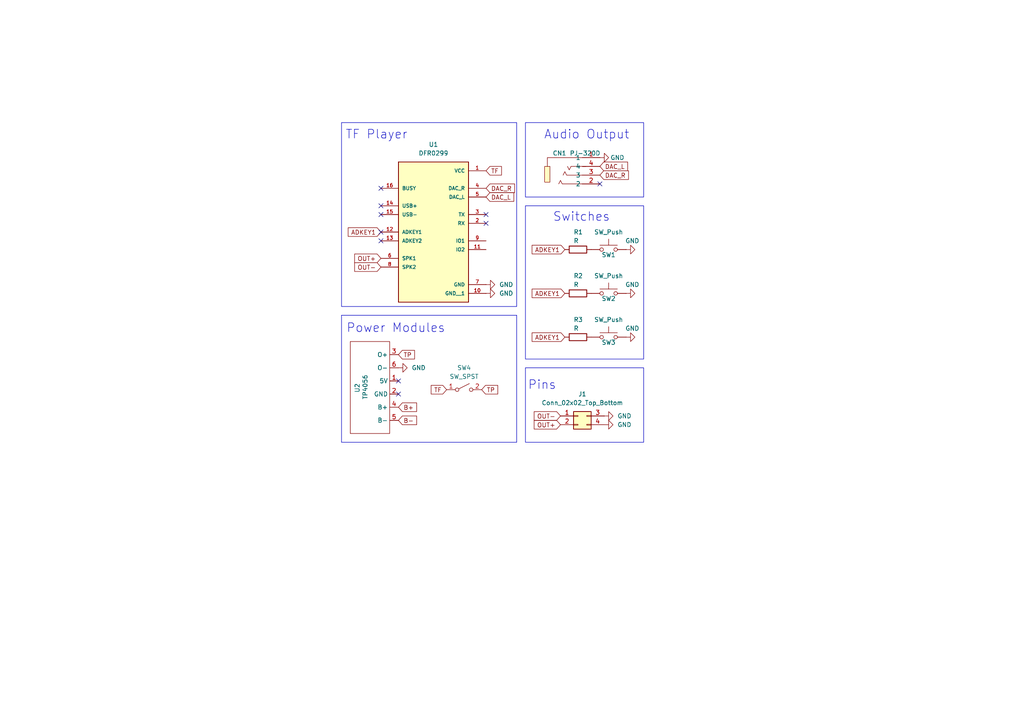
<source format=kicad_sch>
(kicad_sch (version 20250114) (generator "eeschema") (generator_version "9.0")
  (paper "A4")
  (lib_symbols
    (symbol "Ayaan:TP4056"
      (property "Reference" "U" (at -10.922 1.524 0))
      (symbol "TP4056_0_1"
        (rectangle (start -11.43 26.67) (end 0 0))
      )
      (symbol "TP4056_1_1"
        (pin output line (at 2.54 22.86 180) (length 2.54) (name "O+") (number "3"))
        (pin output line (at 2.54 19.05 180) (length 2.54) (name "O-") (number "6"))
        (pin input line (at 2.54 15.24 180) (length 2.54) (name "5V") (number "1"))
        (pin input line (at 2.54 11.43 180) (length 2.54) (name "GND") (number "2"))
        (pin bidirectional line (at 2.54 7.62 180) (length 2.54) (name "B+") (number "4"))
        (pin bidirectional line (at 2.54 3.81 180) (length 2.54) (name "B-") (number "5"))
      )
    )
    (symbol "Connector_Generic:Conn_02x02_Top_Bottom" (pin_names (offset 1.016) (hide yes))
      (property "Reference" "J" (at 1.27 2.54 0))
      (property "Value" "Conn_02x02_Top_Bottom" (at 1.27 -5.08 0))
      (symbol "Conn_02x02_Top_Bottom_1_1"
        (rectangle (start -1.27 1.27) (end 3.81 -3.81) (stroke (width 0.254)) (fill (type background)))
        (rectangle (start -1.27 0.127) (end 0 -0.127) (stroke (width 0.1524)))
        (rectangle (start -1.27 -2.413) (end 0 -2.667) (stroke (width 0.1524)))
        (rectangle (start 3.81 0.127) (end 2.54 -0.127) (stroke (width 0.1524)))
        (rectangle (start 3.81 -2.413) (end 2.54 -2.667) (stroke (width 0.1524)))
        (pin passive line (at -5.08 0 0) (length 3.81) (name "Pin_1") (number "1"))
        (pin passive line (at -5.08 -2.54 0) (length 3.81) (name "Pin_2") (number "2"))
        (pin passive line (at 7.62 0 180) (length 3.81) (name "Pin_3") (number "3"))
        (pin passive line (at 7.62 -2.54 180) (length 3.81) (name "Pin_4") (number "4"))
      )
    )
    (symbol "DFR0299:DFR0299" (pin_names (offset 1.016))
      (property "Reference" "U" (at -10.16 18.542 0))
      (property "Value" "DFR0299" (at -10.16 -25.4 0))
      (symbol "DFR0299_0_0"
        (rectangle (start -10.16 -22.86) (end 10.16 17.78) (stroke (width 0.254)) (fill (type background)))
        (pin input line (at -15.24 10.16 0) (length 5.08) (name "BUSY") (number "16"))
        (pin input line (at -15.24 5.08 0) (length 5.08) (name "USB+") (number "14"))
        (pin input line (at -15.24 2.54 0) (length 5.08) (name "USB-") (number "15"))
        (pin input line (at -15.24 -2.54 0) (length 5.08) (name "ADKEY1") (number "12"))
        (pin input line (at -15.24 -5.08 0) (length 5.08) (name "ADKEY2") (number "13"))
        (pin passive line (at -15.24 -10.16 0) (length 5.08) (name "SPK1") (number "6"))
        (pin passive line (at -15.24 -12.7 0) (length 5.08) (name "SPK2") (number "8"))
        (pin power_in line (at 15.24 15.24 180) (length 5.08) (name "VCC") (number "1"))
        (pin output line (at 15.24 10.16 180) (length 5.08) (name "DAC_R") (number "4"))
        (pin output line (at 15.24 7.62 180) (length 5.08) (name "DAC_L") (number "5"))
        (pin output line (at 15.24 2.54 180) (length 5.08) (name "TX") (number "3"))
        (pin input line (at 15.24 0 180) (length 5.08) (name "RX") (number "2"))
        (pin bidirectional line (at 15.24 -5.08 180) (length 5.08) (name "IO1") (number "9"))
        (pin bidirectional line (at 15.24 -7.62 180) (length 5.08) (name "IO2") (number "11"))
        (pin power_in line (at 15.24 -17.78 180) (length 5.08) (name "GND") (number "7"))
        (pin power_in line (at 15.24 -20.32 180) (length 5.08) (name "GND__1") (number "10"))
      )
    )
    (symbol "Device:R" (pin_numbers (hide yes)) (pin_names (offset 0))
      (property "Reference" "R" (at 2.032 0 90))
      (property "Value" "R" (at 0 0 90))
      (symbol "R_0_1"
        (rectangle (start -1.016 -2.54) (end 1.016 2.54) (stroke (width 0.254)))
      )
      (symbol "R_1_1"
        (pin passive line (at 0 3.81 270) (length 1.27) (name "~") (number "1"))
        (pin passive line (at 0 -3.81 90) (length 1.27) (name "~") (number "2"))
      )
    )
    (symbol "Switch:SW_Push" (pin_numbers (hide yes)) (pin_names (offset 1.016) (hide yes))
      (property "Reference" "SW" (at 1.27 2.54 0))
      (property "Value" "SW_Push" (at 0 -1.524 0))
      (symbol "SW_Push_0_1"
        (circle (center -2.032 0) (radius 0.508))
        (polyline (pts (xy 0 1.27) (xy 0 3.048)))
        (circle (center 2.032 0) (radius 0.508))
        (polyline (pts (xy 2.54 1.27) (xy -2.54 1.27)))
        (pin passive line (at -5.08 0 0) (length 2.54) (name "1") (number "1"))
        (pin passive line (at 5.08 0 180) (length 2.54) (name "2") (number "2"))
      )
    )
    (symbol "Switch:SW_SPST" (pin_names (offset 0) (hide yes))
      (property "Reference" "SW" (at 0 3.175 0))
      (property "Value" "SW_SPST" (at 0 -2.54 0))
      (symbol "SW_SPST_0_0"
        (circle (center -2.032 0) (radius 0.508))
        (polyline (pts (xy -1.524 0.254) (xy 1.524 1.778)))
        (circle (center 2.032 0) (radius 0.508))
      )
      (symbol "SW_SPST_1_1"
        (pin passive line (at -5.08 0 0) (length 2.54) (name "A") (number "1"))
        (pin passive line (at 5.08 0 180) (length 2.54) (name "B") (number "2"))
      )
    )
    (symbol "easyeda2kicad:PJ-320D"
      (property "Reference" "CN" (at 0 7.62 0))
      (property "Value" "PJ-320D" (at 0 -10.16 0))
      (symbol "PJ-320D_0_1"
        (rectangle (start -10.92 0) (end -9.4 -4.57) (fill (type background)))
        (polyline (pts (xy 0 2.54) (xy -10.16 2.54) (xy -10.16 0)))
        (polyline (pts (xy 0 -2.54) (xy -4.57 -2.54) (xy -5.08 -1.52) (xy -5.59 -2.54)))
        (polyline (pts (xy 0 -5.08) (xy -5.84 -5.08) (xy -6.35 -4.06) (xy -6.86 -5.08)))
        (polyline (pts (xy 1.02 0) (xy -3.3 0) (xy -3.81 -1.02) (xy -4.32 0)))
        (pin unspecified line (at 5.08 2.54 180) (length 5.08) (name "1") (number "1"))
        (pin unspecified line (at 5.08 0 180) (length 5.08) (name "4") (number "4"))
        (pin unspecified line (at 5.08 -2.54 180) (length 5.08) (name "3") (number "3"))
        (pin unspecified line (at 5.08 -5.08 180) (length 5.08) (name "2") (number "2"))
      )
    )
    (symbol "power:GND" (power) (pin_numbers (hide yes)) (pin_names (offset 0) (hide yes))
      (property "Value" "GND" (at 0 -3.81 0))
      (symbol "GND_0_1"
        (polyline (pts (xy 0 0) (xy 0 -1.27) (xy 1.27 -1.27) (xy 0 -2.54) (xy -1.27 -1.27) (xy 0 -1.27)))
      )
      (symbol "GND_1_1"
        (pin power_in line (at 0 0 270) (length 0) (name "~") (number "1"))
      )
    )
  )
  (rectangle (start 152.4 106.68) (end 186.69 128.27))
  (rectangle (start 152.4 59.69) (end 186.69 104.14))
  (rectangle (start 152.4 35.56) (end 186.69 57.15))
  (rectangle (start 99.06 35.56) (end 149.86 88.9))
  (text "Switches" (at 168.656 62.992 0) (effects (font (size 2.54 2.54))))
  (text "Audio Output\n" (at 170.18 39.116 0) (effects (font (size 2.54 2.54))))
  (text "Power Modules\n" (at 114.808 95.25 0) (effects (font (size 2.54 2.54))))
  (text "TF Player\n" (at 109.22 39.116 0) (effects (font (size 2.54 2.54))))
  (text "Pins" (at 157.226 111.76 0) (effects (font (size 2.54 2.54))))
  (no_connect (at 173.99 53.34))
  (no_connect (at 140.97 62.23))
  (no_connect (at 110.49 54.61))
  (no_connect (at 110.49 62.23))
  (no_connect (at 110.49 69.85))
  (no_connect (at 115.57 110.49))
  (no_connect (at 110.49 59.69))
  (no_connect (at 140.97 64.77))
  (no_connect (at 115.57 114.3))
  (no_connect (at 110.49 67.31))
  (polyline (pts (xy 149.86 128.27) (xy 135.89 128.27)))
  (polyline (pts (xy 149.86 91.44) (xy 149.86 128.27)))
  (polyline (pts (xy 135.89 128.27) (xy 137.16 128.27)))
  (polyline (pts (xy 99.06 91.44) (xy 99.06 128.27)))
  (polyline (pts (xy 99.06 91.44) (xy 149.86 91.44)))
  (polyline (pts (xy 138.43 128.27) (xy 99.06 128.27)))
  (global_label "ADKEY1" (shape input) (at 163.83 72.39 180) (property "Intersheetrefs" "${INTERSHEET_REFS}" (effects (hide yes))))
  (global_label "DAC_L" (shape input) (at 140.97 57.15 0) (property "Intersheetrefs" "${INTERSHEET_REFS}" (effects (hide yes))))
  (global_label "DAC_R" (shape input) (at 140.97 54.61 0) (property "Intersheetrefs" "${INTERSHEET_REFS}" (effects (hide yes))))
  (global_label "OUT+" (shape input) (at 110.49 74.93 180) (property "Intersheetrefs" "${INTERSHEET_REFS}" (effects (hide yes))))
  (global_label "ADKEY1" (shape input) (at 110.49 67.31 180) (property "Intersheetrefs" "${INTERSHEET_REFS}" (effects (hide yes))))
  (global_label "OUT-" (shape input) (at 162.56 120.65 180) (property "Intersheetrefs" "${INTERSHEET_REFS}" (effects (hide yes))))
  (global_label "OUT+" (shape input) (at 162.56 123.19 180) (property "Intersheetrefs" "${INTERSHEET_REFS}" (effects (hide yes))))
  (global_label "TP" (shape input) (at 115.57 102.87 0) (property "Intersheetrefs" "${INTERSHEET_REFS}" (effects (hide yes))))
  (global_label "DAC_R" (shape input) (at 173.99 50.8 0) (property "Intersheetrefs" "${INTERSHEET_REFS}" (effects (hide yes))))
  (global_label "B-" (shape input) (at 115.57 121.92 0) (property "Intersheetrefs" "${INTERSHEET_REFS}" (effects (hide yes))))
  (global_label "TP" (shape input) (at 139.7 113.03 0) (property "Intersheetrefs" "${INTERSHEET_REFS}" (effects (hide yes))))
  (global_label "TF" (shape input) (at 129.54 113.03 180) (property "Intersheetrefs" "${INTERSHEET_REFS}" (effects (hide yes))))
  (global_label "DAC_L" (shape input) (at 173.99 48.26 0) (property "Intersheetrefs" "${INTERSHEET_REFS}" (effects (hide yes))))
  (global_label "B+" (shape input) (at 115.57 118.11 0) (property "Intersheetrefs" "${INTERSHEET_REFS}" (effects (hide yes))))
  (global_label "OUT-" (shape input) (at 110.49 77.47 180) (property "Intersheetrefs" "${INTERSHEET_REFS}" (effects (hide yes))))
  (global_label "ADKEY1" (shape input) (at 163.83 85.09 180) (property "Intersheetrefs" "${INTERSHEET_REFS}" (effects (hide yes))))
  (global_label "TF" (shape input) (at 140.97 49.53 0) (property "Intersheetrefs" "${INTERSHEET_REFS}" (effects (hide yes))))
  (global_label "ADKEY1" (shape input) (at 163.83 97.79 180) (property "Intersheetrefs" "${INTERSHEET_REFS}" (effects (hide yes))))
  (symbol (lib_id "power:GND") (at 181.61 97.79 90) (unit 1)
    (property "Reference" "#PWR02" (effects (hide yes)))
    (property "Value" "GND" (at 181.356 95.25 90) (effects (justify right)))
    (property "Description" "Power symbol creates a global label with name \"GND\" , ground" (effects (hide yes)))
  )
  (symbol (lib_id "Connector_Generic:Conn_02x02_Top_Bottom") (at 167.64 120.65 0) (unit 1)
    (property "Reference" "J1" (at 168.91 114.3 0))
    (property "Value" "Conn_02x02_Top_Bottom" (at 168.91 116.84 0))
    (property "Footprint" "Connector_PinHeader_2.00mm:PinHeader_1x04_P2.00mm_Vertical" (effects (hide yes)))
    (property "Description" "Generic connector, double row, 02x02, top/bottom pin numbering scheme (row 1: 1...pins_per_row, row2: pins_per_row+1 ... num_pins), script generated (kicad-library-utils/schlib/autogen/connector/)" (effects (hide yes)))
  )
  (symbol (lib_id "easyeda2kicad:PJ-320D") (at 168.91 48.26 0) (unit 1)
    (property "Reference" "CN1" (at 160.274 44.45 0) (effects (justify left)))
    (property "Value" "PJ-320D" (at 165.2299 44.45 0) (effects (justify left)))
    (property "Footprint" "easyeda2kicad:AUDIO-SMD_PJ-320D" (effects (hide yes)))
    (property "Datasheet" "https://lcsc.com/product-detail/Audio-Video-Connectors_SHOU-HAN-PJ-320D_C431535.html" (effects (hide yes)))
    (property "LCSC Part" "C431535" (effects (hide yes)))
  )
  (symbol (lib_id "Switch:SW_Push") (at 176.53 72.39 0) (unit 1)
    (property "Reference" "SW1" (at 176.53 73.914 0))
    (property "Value" "SW_Push" (at 176.53 67.31 0))
    (property "Footprint" "Button_Switch_THT:SW_PUSH_6mm" (effects (hide yes)))
    (property "Description" "Push button switch, generic, two pins" (effects (hide yes)))
  )
  (symbol (lib_id "power:GND") (at 181.61 72.39 90) (unit 1)
    (property "Reference" "#PWR07" (effects (hide yes)))
    (property "Value" "GND" (at 181.356 69.85 90) (effects (justify right)))
    (property "Description" "Power symbol creates a global label with name \"GND\" , ground" (effects (hide yes)))
  )
  (symbol (lib_id "power:GND") (at 173.99 45.72 90) (unit 1)
    (property "Reference" "#PWR01" (effects (hide yes)))
    (property "Value" "GND" (at 179.07 45.72 90))
    (property "Description" "Power symbol creates a global label with name \"GND\" , ground" (effects (hide yes)))
  )
  (symbol (lib_id "power:GND") (at 175.26 123.19 90) (unit 1)
    (property "Reference" "#PWR09" (effects (hide yes)))
    (property "Value" "GND" (at 179.07 123.1899 90) (effects (justify right)))
    (property "Description" "Power symbol creates a global label with name \"GND\" , ground" (effects (hide yes)))
  )
  (symbol (lib_id "power:GND") (at 115.57 106.68 90) (unit 1)
    (property "Reference" "#PWR04" (effects (hide yes)))
    (property "Value" "GND" (at 119.38 106.6799 90) (effects (justify right)))
    (property "Description" "Power symbol creates a global label with name \"GND\" , ground" (effects (hide yes)))
  )
  (symbol (lib_id "Device:R") (at 167.64 85.09 270) (unit 1)
    (property "Reference" "R2" (at 166.37 80.0099 90) (effects (justify left)))
    (property "Value" "R" (at 166.37 82.5499 90) (effects (justify left)))
    (property "Footprint" "Resistor_THT:R_Axial_DIN0207_L6.3mm_D2.5mm_P7.62mm_Horizontal" (effects (hide yes)))
    (property "Description" "Resistor" (effects (hide yes)))
  )
  (symbol (lib_id "DFR0299:DFR0299") (at 125.73 64.77 0) (unit 1)
    (property "Reference" "U1" (at 125.73 41.91 0))
    (property "Value" "DFR0299" (at 125.73 44.45 0))
    (property "Footprint" "Ayaan's Library:MODULE_DFR0299" (effects (hide yes)))
    (property "MF" "DFRobot" (effects (hide yes)))
    (property "DESCRIPTION" "Dfplayer - a Mini Mp3 Player" (effects (hide yes)))
    (property "PACKAGE" "None" (effects (hide yes)))
    (property "PRICE" "None" (effects (hide yes)))
    (property "MP" "DFR0299" (effects (hide yes)))
    (property "AVAILABILITY" "Unavailable" (effects (hide yes)))
  )
  (symbol (lib_id "Switch:SW_SPST") (at 134.62 113.03 0) (unit 1)
    (property "Reference" "SW4" (at 134.62 106.68 0))
    (property "Value" "SW_SPST" (at 134.62 109.22 0))
    (property "Footprint" "easyeda2kicad:SW-TH_SK12D07VG5" (effects (hide yes)))
    (property "Description" "Single Pole Single Throw (SPST) switch" (effects (hide yes)))
  )
  (symbol (lib_id "Device:R") (at 167.64 72.39 270) (unit 1)
    (property "Reference" "R1" (at 166.37 67.3099 90) (effects (justify left)))
    (property "Value" "R" (at 166.37 69.8499 90) (effects (justify left)))
    (property "Footprint" "Resistor_THT:R_Axial_DIN0207_L6.3mm_D2.5mm_P7.62mm_Horizontal" (effects (hide yes)))
    (property "Description" "Resistor" (effects (hide yes)))
  )
  (symbol (lib_id "Switch:SW_Push") (at 176.53 97.79 0) (unit 1)
    (property "Reference" "SW3" (at 176.53 99.314 0))
    (property "Value" "SW_Push" (at 176.53 92.71 0))
    (property "Footprint" "Button_Switch_THT:SW_PUSH_6mm" (effects (hide yes)))
    (property "Description" "Push button switch, generic, two pins" (effects (hide yes)))
  )
  (symbol (lib_id "power:GND") (at 181.61 85.09 90) (unit 1)
    (property "Reference" "#PWR03" (effects (hide yes)))
    (property "Value" "GND" (at 181.356 82.55 90) (effects (justify right)))
    (property "Description" "Power symbol creates a global label with name \"GND\" , ground" (effects (hide yes)))
  )
  (symbol (lib_id "power:GND") (at 140.97 82.55 90) (unit 1)
    (property "Reference" "#PWR05" (effects (hide yes)))
    (property "Value" "GND" (at 144.78 82.5499 90) (effects (justify right)))
    (property "Description" "Power symbol creates a global label with name \"GND\" , ground" (effects (hide yes)))
  )
  (symbol (lib_id "Switch:SW_Push") (at 176.53 85.09 0) (unit 1)
    (property "Reference" "SW2" (at 176.53 86.614 0))
    (property "Value" "SW_Push" (at 176.53 80.01 0))
    (property "Footprint" "Button_Switch_THT:SW_PUSH_6mm" (effects (hide yes)))
    (property "Description" "Push button switch, generic, two pins" (effects (hide yes)))
  )
  (symbol (lib_id "Ayaan:TP4056") (at 113.03 125.73 0) (unit 1)
    (property "Reference" "U2" (at 103.632 112.522 90))
    (property "Value" "TP4056" (at 105.918 112.268 90))
    (property "Footprint" "Ayaan's Library:TP4056" (effects (hide yes)))
  )
  (symbol (lib_id "Device:R") (at 167.64 97.79 270) (unit 1)
    (property "Reference" "R3" (at 166.37 92.7099 90) (effects (justify left)))
    (property "Value" "R" (at 166.37 95.2499 90) (effects (justify left)))
    (property "Footprint" "Resistor_THT:R_Axial_DIN0207_L6.3mm_D2.5mm_P7.62mm_Horizontal" (effects (hide yes)))
    (property "Description" "Resistor" (effects (hide yes)))
  )
  (symbol (lib_id "power:GND") (at 140.97 85.09 90) (unit 1)
    (property "Reference" "#PWR06" (effects (hide yes)))
    (property "Value" "GND" (at 144.78 85.0899 90) (effects (justify right)))
    (property "Description" "Power symbol creates a global label with name \"GND\" , ground" (effects (hide yes)))
  )
  (symbol (lib_id "power:GND") (at 175.26 120.65 90) (unit 1)
    (property "Reference" "#PWR08" (effects (hide yes)))
    (property "Value" "GND" (at 179.07 120.6499 90) (effects (justify right)))
    (property "Description" "Power symbol creates a global label with name \"GND\" , ground" (effects (hide yes)))
  )
)
</source>
